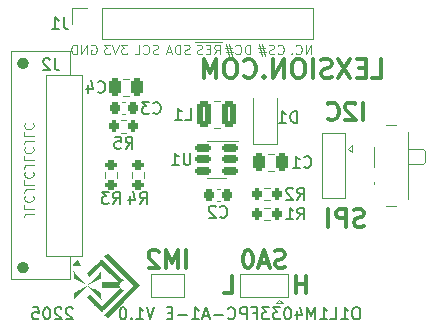
<source format=gbo>
%TF.GenerationSoftware,KiCad,Pcbnew,(6.0.1)*%
%TF.CreationDate,2022-01-25T10:28:24+08:00*%
%TF.ProjectId,PCB_OLED_OEL1M4033FPC_A1_E,5043425f-4f4c-4454-945f-4f454c314d34,1.0*%
%TF.SameCoordinates,Original*%
%TF.FileFunction,Legend,Bot*%
%TF.FilePolarity,Positive*%
%FSLAX46Y46*%
G04 Gerber Fmt 4.6, Leading zero omitted, Abs format (unit mm)*
G04 Created by KiCad (PCBNEW (6.0.1)) date 2022-01-25 10:28:24*
%MOMM*%
%LPD*%
G01*
G04 APERTURE LIST*
G04 Aperture macros list*
%AMRoundRect*
0 Rectangle with rounded corners*
0 $1 Rounding radius*
0 $2 $3 $4 $5 $6 $7 $8 $9 X,Y pos of 4 corners*
0 Add a 4 corners polygon primitive as box body*
4,1,4,$2,$3,$4,$5,$6,$7,$8,$9,$2,$3,0*
0 Add four circle primitives for the rounded corners*
1,1,$1+$1,$2,$3*
1,1,$1+$1,$4,$5*
1,1,$1+$1,$6,$7*
1,1,$1+$1,$8,$9*
0 Add four rect primitives between the rounded corners*
20,1,$1+$1,$2,$3,$4,$5,0*
20,1,$1+$1,$4,$5,$6,$7,0*
20,1,$1+$1,$6,$7,$8,$9,0*
20,1,$1+$1,$8,$9,$2,$3,0*%
%AMFreePoly0*
4,1,6,1.000000,0.000000,0.500000,-0.750000,-0.500000,-0.750000,-0.500000,0.750000,0.500000,0.750000,1.000000,0.000000,1.000000,0.000000,$1*%
G04 Aperture macros list end*
%ADD10C,0.300000*%
%ADD11C,0.120000*%
%ADD12C,0.150000*%
%ADD13C,0.500000*%
%ADD14C,0.420000*%
%ADD15C,3.100000*%
%ADD16C,4.500000*%
%ADD17RoundRect,0.225000X-0.225000X-0.250000X0.225000X-0.250000X0.225000X0.250000X-0.225000X0.250000X0*%
%ADD18RoundRect,0.250000X0.250000X0.475000X-0.250000X0.475000X-0.250000X-0.475000X0.250000X-0.475000X0*%
%ADD19R,1.000000X1.500000*%
%ADD20RoundRect,0.200000X0.275000X-0.200000X0.275000X0.200000X-0.275000X0.200000X-0.275000X-0.200000X0*%
%ADD21RoundRect,0.200000X0.200000X0.275000X-0.200000X0.275000X-0.200000X-0.275000X0.200000X-0.275000X0*%
%ADD22R,1.200000X0.900000*%
%ADD23R,1.700000X1.700000*%
%ADD24O,1.700000X1.700000*%
%ADD25R,0.800000X1.000000*%
%ADD26C,0.900000*%
%ADD27R,1.500000X0.700000*%
%ADD28RoundRect,0.250000X-0.250000X-0.475000X0.250000X-0.475000X0.250000X0.475000X-0.250000X0.475000X0*%
%ADD29R,2.800000X0.400000*%
%ADD30RoundRect,0.200000X-0.200000X-0.275000X0.200000X-0.275000X0.200000X0.275000X-0.200000X0.275000X0*%
%ADD31R,1.500000X1.500000*%
%ADD32FreePoly0,270.000000*%
%ADD33FreePoly0,90.000000*%
%ADD34RoundRect,0.250000X-0.375000X-0.850000X0.375000X-0.850000X0.375000X0.850000X-0.375000X0.850000X0*%
%ADD35RoundRect,0.150000X0.512500X0.150000X-0.512500X0.150000X-0.512500X-0.150000X0.512500X-0.150000X0*%
G04 APERTURE END LIST*
D10*
X119173571Y-58336571D02*
X119173571Y-56836571D01*
X119173571Y-57550857D02*
X118316428Y-57550857D01*
X118316428Y-58336571D02*
X118316428Y-56836571D01*
X124035714Y-52607142D02*
X123821428Y-52678571D01*
X123464285Y-52678571D01*
X123321428Y-52607142D01*
X123250000Y-52535714D01*
X123178571Y-52392857D01*
X123178571Y-52250000D01*
X123250000Y-52107142D01*
X123321428Y-52035714D01*
X123464285Y-51964285D01*
X123750000Y-51892857D01*
X123892857Y-51821428D01*
X123964285Y-51750000D01*
X124035714Y-51607142D01*
X124035714Y-51464285D01*
X123964285Y-51321428D01*
X123892857Y-51250000D01*
X123750000Y-51178571D01*
X123392857Y-51178571D01*
X123178571Y-51250000D01*
X122535714Y-52678571D02*
X122535714Y-51178571D01*
X121964285Y-51178571D01*
X121821428Y-51250000D01*
X121750000Y-51321428D01*
X121678571Y-51464285D01*
X121678571Y-51678571D01*
X121750000Y-51821428D01*
X121821428Y-51892857D01*
X121964285Y-51964285D01*
X122535714Y-51964285D01*
X121035714Y-52678571D02*
X121035714Y-51178571D01*
D11*
X109302428Y-38042809D02*
X109188142Y-38080904D01*
X108997666Y-38080904D01*
X108921476Y-38042809D01*
X108883380Y-38004714D01*
X108845285Y-37928523D01*
X108845285Y-37852333D01*
X108883380Y-37776142D01*
X108921476Y-37738047D01*
X108997666Y-37699952D01*
X109150047Y-37661857D01*
X109226238Y-37623761D01*
X109264333Y-37585666D01*
X109302428Y-37509476D01*
X109302428Y-37433285D01*
X109264333Y-37357095D01*
X109226238Y-37319000D01*
X109150047Y-37280904D01*
X108959571Y-37280904D01*
X108845285Y-37319000D01*
X108502428Y-38080904D02*
X108502428Y-37280904D01*
X108311952Y-37280904D01*
X108197666Y-37319000D01*
X108121476Y-37395190D01*
X108083380Y-37471380D01*
X108045285Y-37623761D01*
X108045285Y-37738047D01*
X108083380Y-37890428D01*
X108121476Y-37966619D01*
X108197666Y-38042809D01*
X108311952Y-38080904D01*
X108502428Y-38080904D01*
X107740523Y-37852333D02*
X107359571Y-37852333D01*
X107816714Y-38080904D02*
X107550047Y-37280904D01*
X107283380Y-38080904D01*
D12*
X99377285Y-59618619D02*
X99329666Y-59571000D01*
X99234428Y-59523380D01*
X98996333Y-59523380D01*
X98901095Y-59571000D01*
X98853476Y-59618619D01*
X98805857Y-59713857D01*
X98805857Y-59809095D01*
X98853476Y-59951952D01*
X99424904Y-60523380D01*
X98805857Y-60523380D01*
X98424904Y-59618619D02*
X98377285Y-59571000D01*
X98282047Y-59523380D01*
X98043952Y-59523380D01*
X97948714Y-59571000D01*
X97901095Y-59618619D01*
X97853476Y-59713857D01*
X97853476Y-59809095D01*
X97901095Y-59951952D01*
X98472523Y-60523380D01*
X97853476Y-60523380D01*
X97234428Y-59523380D02*
X97139190Y-59523380D01*
X97043952Y-59571000D01*
X96996333Y-59618619D01*
X96948714Y-59713857D01*
X96901095Y-59904333D01*
X96901095Y-60142428D01*
X96948714Y-60332904D01*
X96996333Y-60428142D01*
X97043952Y-60475761D01*
X97139190Y-60523380D01*
X97234428Y-60523380D01*
X97329666Y-60475761D01*
X97377285Y-60428142D01*
X97424904Y-60332904D01*
X97472523Y-60142428D01*
X97472523Y-59904333D01*
X97424904Y-59713857D01*
X97377285Y-59618619D01*
X97329666Y-59571000D01*
X97234428Y-59523380D01*
X95996333Y-59523380D02*
X96472523Y-59523380D01*
X96520142Y-59999571D01*
X96472523Y-59951952D01*
X96377285Y-59904333D01*
X96139190Y-59904333D01*
X96043952Y-59951952D01*
X95996333Y-59999571D01*
X95948714Y-60094809D01*
X95948714Y-60332904D01*
X95996333Y-60428142D01*
X96043952Y-60475761D01*
X96139190Y-60523380D01*
X96377285Y-60523380D01*
X96472523Y-60475761D01*
X96520142Y-60428142D01*
D10*
X124725857Y-40093809D02*
X125487761Y-40093809D01*
X125487761Y-38493809D01*
X124192523Y-39255714D02*
X123659190Y-39255714D01*
X123430619Y-40093809D02*
X124192523Y-40093809D01*
X124192523Y-38493809D01*
X123430619Y-38493809D01*
X122897285Y-38493809D02*
X121830619Y-40093809D01*
X121830619Y-38493809D02*
X122897285Y-40093809D01*
X121297285Y-40017619D02*
X121068714Y-40093809D01*
X120687761Y-40093809D01*
X120535380Y-40017619D01*
X120459190Y-39941428D01*
X120383000Y-39789047D01*
X120383000Y-39636666D01*
X120459190Y-39484285D01*
X120535380Y-39408095D01*
X120687761Y-39331904D01*
X120992523Y-39255714D01*
X121144904Y-39179523D01*
X121221095Y-39103333D01*
X121297285Y-38950952D01*
X121297285Y-38798571D01*
X121221095Y-38646190D01*
X121144904Y-38570000D01*
X120992523Y-38493809D01*
X120611571Y-38493809D01*
X120383000Y-38570000D01*
X119697285Y-40093809D02*
X119697285Y-38493809D01*
X118630619Y-38493809D02*
X118325857Y-38493809D01*
X118173476Y-38570000D01*
X118021095Y-38722380D01*
X117944904Y-39027142D01*
X117944904Y-39560476D01*
X118021095Y-39865238D01*
X118173476Y-40017619D01*
X118325857Y-40093809D01*
X118630619Y-40093809D01*
X118783000Y-40017619D01*
X118935380Y-39865238D01*
X119011571Y-39560476D01*
X119011571Y-39027142D01*
X118935380Y-38722380D01*
X118783000Y-38570000D01*
X118630619Y-38493809D01*
X117259190Y-40093809D02*
X117259190Y-38493809D01*
X116344904Y-40093809D01*
X116344904Y-38493809D01*
X115583000Y-39941428D02*
X115506809Y-40017619D01*
X115583000Y-40093809D01*
X115659190Y-40017619D01*
X115583000Y-39941428D01*
X115583000Y-40093809D01*
X113906809Y-39941428D02*
X113983000Y-40017619D01*
X114211571Y-40093809D01*
X114363952Y-40093809D01*
X114592523Y-40017619D01*
X114744904Y-39865238D01*
X114821095Y-39712857D01*
X114897285Y-39408095D01*
X114897285Y-39179523D01*
X114821095Y-38874761D01*
X114744904Y-38722380D01*
X114592523Y-38570000D01*
X114363952Y-38493809D01*
X114211571Y-38493809D01*
X113983000Y-38570000D01*
X113906809Y-38646190D01*
X112916333Y-38493809D02*
X112611571Y-38493809D01*
X112459190Y-38570000D01*
X112306809Y-38722380D01*
X112230619Y-39027142D01*
X112230619Y-39560476D01*
X112306809Y-39865238D01*
X112459190Y-40017619D01*
X112611571Y-40093809D01*
X112916333Y-40093809D01*
X113068714Y-40017619D01*
X113221095Y-39865238D01*
X113297285Y-39560476D01*
X113297285Y-39027142D01*
X113221095Y-38722380D01*
X113068714Y-38570000D01*
X112916333Y-38493809D01*
X111544904Y-40093809D02*
X111544904Y-38493809D01*
X111011571Y-39636666D01*
X110478238Y-38493809D01*
X110478238Y-40093809D01*
D11*
X119564047Y-38080904D02*
X119564047Y-37280904D01*
X119106904Y-38080904D01*
X119106904Y-37280904D01*
X118268809Y-38004714D02*
X118306904Y-38042809D01*
X118421190Y-38080904D01*
X118497380Y-38080904D01*
X118611666Y-38042809D01*
X118687857Y-37966619D01*
X118725952Y-37890428D01*
X118764047Y-37738047D01*
X118764047Y-37623761D01*
X118725952Y-37471380D01*
X118687857Y-37395190D01*
X118611666Y-37319000D01*
X118497380Y-37280904D01*
X118421190Y-37280904D01*
X118306904Y-37319000D01*
X118268809Y-37357095D01*
X117925952Y-38004714D02*
X117887857Y-38042809D01*
X117925952Y-38080904D01*
X117964047Y-38042809D01*
X117925952Y-38004714D01*
X117925952Y-38080904D01*
D10*
X117355714Y-56106142D02*
X117141428Y-56177571D01*
X116784285Y-56177571D01*
X116641428Y-56106142D01*
X116570000Y-56034714D01*
X116498571Y-55891857D01*
X116498571Y-55749000D01*
X116570000Y-55606142D01*
X116641428Y-55534714D01*
X116784285Y-55463285D01*
X117070000Y-55391857D01*
X117212857Y-55320428D01*
X117284285Y-55249000D01*
X117355714Y-55106142D01*
X117355714Y-54963285D01*
X117284285Y-54820428D01*
X117212857Y-54749000D01*
X117070000Y-54677571D01*
X116712857Y-54677571D01*
X116498571Y-54749000D01*
X115927142Y-55749000D02*
X115212857Y-55749000D01*
X116070000Y-56177571D02*
X115570000Y-54677571D01*
X115070000Y-56177571D01*
X114284285Y-54677571D02*
X114141428Y-54677571D01*
X113998571Y-54749000D01*
X113927142Y-54820428D01*
X113855714Y-54963285D01*
X113784285Y-55249000D01*
X113784285Y-55606142D01*
X113855714Y-55891857D01*
X113927142Y-56034714D01*
X113998571Y-56106142D01*
X114141428Y-56177571D01*
X114284285Y-56177571D01*
X114427142Y-56106142D01*
X114498571Y-56034714D01*
X114570000Y-55891857D01*
X114641428Y-55606142D01*
X114641428Y-55249000D01*
X114570000Y-54963285D01*
X114498571Y-54820428D01*
X114427142Y-54749000D01*
X114284285Y-54677571D01*
D11*
X112013857Y-37055000D02*
X111213857Y-37055000D01*
X111366238Y-38080904D02*
X111632904Y-37699952D01*
X111823380Y-38080904D02*
X111823380Y-37280904D01*
X111518619Y-37280904D01*
X111442428Y-37319000D01*
X111404333Y-37357095D01*
X111366238Y-37433285D01*
X111366238Y-37547571D01*
X111404333Y-37623761D01*
X111442428Y-37661857D01*
X111518619Y-37699952D01*
X111823380Y-37699952D01*
X111213857Y-37055000D02*
X110490047Y-37055000D01*
X111023380Y-37661857D02*
X110756714Y-37661857D01*
X110642428Y-38080904D02*
X111023380Y-38080904D01*
X111023380Y-37280904D01*
X110642428Y-37280904D01*
X110490047Y-37055000D02*
X109728142Y-37055000D01*
X110337666Y-38042809D02*
X110223380Y-38080904D01*
X110032904Y-38080904D01*
X109956714Y-38042809D01*
X109918619Y-38004714D01*
X109880523Y-37928523D01*
X109880523Y-37852333D01*
X109918619Y-37776142D01*
X109956714Y-37738047D01*
X110032904Y-37699952D01*
X110185285Y-37661857D01*
X110261476Y-37623761D01*
X110299571Y-37585666D01*
X110337666Y-37509476D01*
X110337666Y-37433285D01*
X110299571Y-37357095D01*
X110261476Y-37319000D01*
X110185285Y-37280904D01*
X109994809Y-37280904D01*
X109880523Y-37319000D01*
D10*
X109013428Y-56177571D02*
X109013428Y-54677571D01*
X108299142Y-56177571D02*
X108299142Y-54677571D01*
X107799142Y-55749000D01*
X107299142Y-54677571D01*
X107299142Y-56177571D01*
X106656285Y-54820428D02*
X106584857Y-54749000D01*
X106442000Y-54677571D01*
X106084857Y-54677571D01*
X105942000Y-54749000D01*
X105870571Y-54820428D01*
X105799142Y-54963285D01*
X105799142Y-55106142D01*
X105870571Y-55320428D01*
X106727714Y-56177571D01*
X105799142Y-56177571D01*
D11*
X96069095Y-51574238D02*
X95497666Y-51574238D01*
X95383380Y-51612333D01*
X95307190Y-51688523D01*
X95269095Y-51802809D01*
X95269095Y-51879000D01*
X95269095Y-50812333D02*
X95269095Y-51193285D01*
X96069095Y-51193285D01*
X95345285Y-50088523D02*
X95307190Y-50126619D01*
X95269095Y-50240904D01*
X95269095Y-50317095D01*
X95307190Y-50431380D01*
X95383380Y-50507571D01*
X95459571Y-50545666D01*
X95611952Y-50583761D01*
X95726238Y-50583761D01*
X95878619Y-50545666D01*
X95954809Y-50507571D01*
X96031000Y-50431380D01*
X96069095Y-50317095D01*
X96069095Y-50240904D01*
X96031000Y-50126619D01*
X95992904Y-50088523D01*
X96069095Y-49517095D02*
X95497666Y-49517095D01*
X95383380Y-49555190D01*
X95307190Y-49631380D01*
X95269095Y-49745666D01*
X95269095Y-49821857D01*
X95269095Y-48755190D02*
X95269095Y-49136142D01*
X96069095Y-49136142D01*
X95345285Y-48031380D02*
X95307190Y-48069476D01*
X95269095Y-48183761D01*
X95269095Y-48259952D01*
X95307190Y-48374238D01*
X95383380Y-48450428D01*
X95459571Y-48488523D01*
X95611952Y-48526619D01*
X95726238Y-48526619D01*
X95878619Y-48488523D01*
X95954809Y-48450428D01*
X96031000Y-48374238D01*
X96069095Y-48259952D01*
X96069095Y-48183761D01*
X96031000Y-48069476D01*
X95992904Y-48031380D01*
X96069095Y-47459952D02*
X95497666Y-47459952D01*
X95383380Y-47498047D01*
X95307190Y-47574238D01*
X95269095Y-47688523D01*
X95269095Y-47764714D01*
X95269095Y-46698047D02*
X95269095Y-47079000D01*
X96069095Y-47079000D01*
X95345285Y-45974238D02*
X95307190Y-46012333D01*
X95269095Y-46126619D01*
X95269095Y-46202809D01*
X95307190Y-46317095D01*
X95383380Y-46393285D01*
X95459571Y-46431380D01*
X95611952Y-46469476D01*
X95726238Y-46469476D01*
X95878619Y-46431380D01*
X95954809Y-46393285D01*
X96031000Y-46317095D01*
X96069095Y-46202809D01*
X96069095Y-46126619D01*
X96031000Y-46012333D01*
X95992904Y-45974238D01*
X96069095Y-45402809D02*
X95497666Y-45402809D01*
X95383380Y-45440904D01*
X95307190Y-45517095D01*
X95269095Y-45631380D01*
X95269095Y-45707571D01*
X95269095Y-44640904D02*
X95269095Y-45021857D01*
X96069095Y-45021857D01*
X95345285Y-43917095D02*
X95307190Y-43955190D01*
X95269095Y-44069476D01*
X95269095Y-44145666D01*
X95307190Y-44259952D01*
X95383380Y-44336142D01*
X95459571Y-44374238D01*
X95611952Y-44412333D01*
X95726238Y-44412333D01*
X95878619Y-44374238D01*
X95954809Y-44336142D01*
X96031000Y-44259952D01*
X96069095Y-44145666D01*
X96069095Y-44069476D01*
X96031000Y-43955190D01*
X95992904Y-43917095D01*
X114420523Y-38080904D02*
X114420523Y-37280904D01*
X114230047Y-37280904D01*
X114115761Y-37319000D01*
X114039571Y-37395190D01*
X114001476Y-37471380D01*
X113963380Y-37623761D01*
X113963380Y-37738047D01*
X114001476Y-37890428D01*
X114039571Y-37966619D01*
X114115761Y-38042809D01*
X114230047Y-38080904D01*
X114420523Y-38080904D01*
X113163380Y-38004714D02*
X113201476Y-38042809D01*
X113315761Y-38080904D01*
X113391952Y-38080904D01*
X113506238Y-38042809D01*
X113582428Y-37966619D01*
X113620523Y-37890428D01*
X113658619Y-37738047D01*
X113658619Y-37623761D01*
X113620523Y-37471380D01*
X113582428Y-37395190D01*
X113506238Y-37319000D01*
X113391952Y-37280904D01*
X113315761Y-37280904D01*
X113201476Y-37319000D01*
X113163380Y-37357095D01*
X112858619Y-37547571D02*
X112287190Y-37547571D01*
X112630047Y-37204714D02*
X112858619Y-38233285D01*
X112363380Y-37890428D02*
X112934809Y-37890428D01*
X112591952Y-38233285D02*
X112363380Y-37204714D01*
D12*
X123490380Y-59523380D02*
X123299904Y-59523380D01*
X123204666Y-59571000D01*
X123109428Y-59666238D01*
X123061809Y-59856714D01*
X123061809Y-60190047D01*
X123109428Y-60380523D01*
X123204666Y-60475761D01*
X123299904Y-60523380D01*
X123490380Y-60523380D01*
X123585619Y-60475761D01*
X123680857Y-60380523D01*
X123728476Y-60190047D01*
X123728476Y-59856714D01*
X123680857Y-59666238D01*
X123585619Y-59571000D01*
X123490380Y-59523380D01*
X122109428Y-60523380D02*
X122680857Y-60523380D01*
X122395142Y-60523380D02*
X122395142Y-59523380D01*
X122490380Y-59666238D01*
X122585619Y-59761476D01*
X122680857Y-59809095D01*
X121204666Y-60523380D02*
X121680857Y-60523380D01*
X121680857Y-59523380D01*
X120347523Y-60523380D02*
X120918952Y-60523380D01*
X120633238Y-60523380D02*
X120633238Y-59523380D01*
X120728476Y-59666238D01*
X120823714Y-59761476D01*
X120918952Y-59809095D01*
X119918952Y-60523380D02*
X119918952Y-59523380D01*
X119585619Y-60237666D01*
X119252285Y-59523380D01*
X119252285Y-60523380D01*
X118347523Y-59856714D02*
X118347523Y-60523380D01*
X118585619Y-59475761D02*
X118823714Y-60190047D01*
X118204666Y-60190047D01*
X117633238Y-59523380D02*
X117538000Y-59523380D01*
X117442761Y-59571000D01*
X117395142Y-59618619D01*
X117347523Y-59713857D01*
X117299904Y-59904333D01*
X117299904Y-60142428D01*
X117347523Y-60332904D01*
X117395142Y-60428142D01*
X117442761Y-60475761D01*
X117538000Y-60523380D01*
X117633238Y-60523380D01*
X117728476Y-60475761D01*
X117776095Y-60428142D01*
X117823714Y-60332904D01*
X117871333Y-60142428D01*
X117871333Y-59904333D01*
X117823714Y-59713857D01*
X117776095Y-59618619D01*
X117728476Y-59571000D01*
X117633238Y-59523380D01*
X116966571Y-59523380D02*
X116347523Y-59523380D01*
X116680857Y-59904333D01*
X116538000Y-59904333D01*
X116442761Y-59951952D01*
X116395142Y-59999571D01*
X116347523Y-60094809D01*
X116347523Y-60332904D01*
X116395142Y-60428142D01*
X116442761Y-60475761D01*
X116538000Y-60523380D01*
X116823714Y-60523380D01*
X116918952Y-60475761D01*
X116966571Y-60428142D01*
X116014190Y-59523380D02*
X115395142Y-59523380D01*
X115728476Y-59904333D01*
X115585619Y-59904333D01*
X115490380Y-59951952D01*
X115442761Y-59999571D01*
X115395142Y-60094809D01*
X115395142Y-60332904D01*
X115442761Y-60428142D01*
X115490380Y-60475761D01*
X115585619Y-60523380D01*
X115871333Y-60523380D01*
X115966571Y-60475761D01*
X116014190Y-60428142D01*
X114633238Y-59999571D02*
X114966571Y-59999571D01*
X114966571Y-60523380D02*
X114966571Y-59523380D01*
X114490380Y-59523380D01*
X114109428Y-60523380D02*
X114109428Y-59523380D01*
X113728476Y-59523380D01*
X113633238Y-59571000D01*
X113585619Y-59618619D01*
X113538000Y-59713857D01*
X113538000Y-59856714D01*
X113585619Y-59951952D01*
X113633238Y-59999571D01*
X113728476Y-60047190D01*
X114109428Y-60047190D01*
X112538000Y-60428142D02*
X112585619Y-60475761D01*
X112728476Y-60523380D01*
X112823714Y-60523380D01*
X112966571Y-60475761D01*
X113061809Y-60380523D01*
X113109428Y-60285285D01*
X113157047Y-60094809D01*
X113157047Y-59951952D01*
X113109428Y-59761476D01*
X113061809Y-59666238D01*
X112966571Y-59571000D01*
X112823714Y-59523380D01*
X112728476Y-59523380D01*
X112585619Y-59571000D01*
X112538000Y-59618619D01*
X112109428Y-60142428D02*
X111347523Y-60142428D01*
X110918952Y-60237666D02*
X110442761Y-60237666D01*
X111014190Y-60523380D02*
X110680857Y-59523380D01*
X110347523Y-60523380D01*
X109490380Y-60523380D02*
X110061809Y-60523380D01*
X109776095Y-60523380D02*
X109776095Y-59523380D01*
X109871333Y-59666238D01*
X109966571Y-59761476D01*
X110061809Y-59809095D01*
X109061809Y-60142428D02*
X108299904Y-60142428D01*
X107823714Y-59999571D02*
X107490380Y-59999571D01*
X107347523Y-60523380D02*
X107823714Y-60523380D01*
X107823714Y-59523380D01*
X107347523Y-59523380D01*
X106299904Y-59523380D02*
X105966571Y-60523380D01*
X105633238Y-59523380D01*
X104776095Y-60523380D02*
X105347523Y-60523380D01*
X105061809Y-60523380D02*
X105061809Y-59523380D01*
X105157047Y-59666238D01*
X105252285Y-59761476D01*
X105347523Y-59809095D01*
X104347523Y-60428142D02*
X104299904Y-60475761D01*
X104347523Y-60523380D01*
X104395142Y-60475761D01*
X104347523Y-60428142D01*
X104347523Y-60523380D01*
X103680857Y-59523380D02*
X103585619Y-59523380D01*
X103490380Y-59571000D01*
X103442761Y-59618619D01*
X103395142Y-59713857D01*
X103347523Y-59904333D01*
X103347523Y-60142428D01*
X103395142Y-60332904D01*
X103442761Y-60428142D01*
X103490380Y-60475761D01*
X103585619Y-60523380D01*
X103680857Y-60523380D01*
X103776095Y-60475761D01*
X103823714Y-60428142D01*
X103871333Y-60332904D01*
X103918952Y-60142428D01*
X103918952Y-59904333D01*
X103871333Y-59713857D01*
X103823714Y-59618619D01*
X103776095Y-59571000D01*
X103680857Y-59523380D01*
D11*
X103987476Y-37280904D02*
X103492238Y-37280904D01*
X103758904Y-37585666D01*
X103644619Y-37585666D01*
X103568428Y-37623761D01*
X103530333Y-37661857D01*
X103492238Y-37738047D01*
X103492238Y-37928523D01*
X103530333Y-38004714D01*
X103568428Y-38042809D01*
X103644619Y-38080904D01*
X103873190Y-38080904D01*
X103949380Y-38042809D01*
X103987476Y-38004714D01*
X103263666Y-37280904D02*
X102997000Y-38080904D01*
X102730333Y-37280904D01*
X102539857Y-37280904D02*
X102044619Y-37280904D01*
X102311285Y-37585666D01*
X102197000Y-37585666D01*
X102120809Y-37623761D01*
X102082714Y-37661857D01*
X102044619Y-37738047D01*
X102044619Y-37928523D01*
X102082714Y-38004714D01*
X102120809Y-38042809D01*
X102197000Y-38080904D01*
X102425571Y-38080904D01*
X102501761Y-38042809D01*
X102539857Y-38004714D01*
D10*
X123964285Y-43678571D02*
X123964285Y-42178571D01*
X123321428Y-42321428D02*
X123250000Y-42250000D01*
X123107142Y-42178571D01*
X122750000Y-42178571D01*
X122607142Y-42250000D01*
X122535714Y-42321428D01*
X122464285Y-42464285D01*
X122464285Y-42607142D01*
X122535714Y-42821428D01*
X123392857Y-43678571D01*
X122464285Y-43678571D01*
X120964285Y-43535714D02*
X121035714Y-43607142D01*
X121250000Y-43678571D01*
X121392857Y-43678571D01*
X121607142Y-43607142D01*
X121750000Y-43464285D01*
X121821428Y-43321428D01*
X121892857Y-43035714D01*
X121892857Y-42821428D01*
X121821428Y-42535714D01*
X121750000Y-42392857D01*
X121607142Y-42250000D01*
X121392857Y-42178571D01*
X121250000Y-42178571D01*
X121035714Y-42250000D01*
X120964285Y-42321428D01*
D11*
X116738333Y-38004714D02*
X116776428Y-38042809D01*
X116890714Y-38080904D01*
X116966904Y-38080904D01*
X117081190Y-38042809D01*
X117157380Y-37966619D01*
X117195476Y-37890428D01*
X117233571Y-37738047D01*
X117233571Y-37623761D01*
X117195476Y-37471380D01*
X117157380Y-37395190D01*
X117081190Y-37319000D01*
X116966904Y-37280904D01*
X116890714Y-37280904D01*
X116776428Y-37319000D01*
X116738333Y-37357095D01*
X116433571Y-38042809D02*
X116319285Y-38080904D01*
X116128809Y-38080904D01*
X116052619Y-38042809D01*
X116014523Y-38004714D01*
X115976428Y-37928523D01*
X115976428Y-37852333D01*
X116014523Y-37776142D01*
X116052619Y-37738047D01*
X116128809Y-37699952D01*
X116281190Y-37661857D01*
X116357380Y-37623761D01*
X116395476Y-37585666D01*
X116433571Y-37509476D01*
X116433571Y-37433285D01*
X116395476Y-37357095D01*
X116357380Y-37319000D01*
X116281190Y-37280904D01*
X116090714Y-37280904D01*
X115976428Y-37319000D01*
X115671666Y-37547571D02*
X115100238Y-37547571D01*
X115443095Y-37204714D02*
X115671666Y-38233285D01*
X115176428Y-37890428D02*
X115747857Y-37890428D01*
X115405000Y-38233285D02*
X115176428Y-37204714D01*
X100939523Y-37319000D02*
X101015714Y-37280904D01*
X101130000Y-37280904D01*
X101244285Y-37319000D01*
X101320476Y-37395190D01*
X101358571Y-37471380D01*
X101396666Y-37623761D01*
X101396666Y-37738047D01*
X101358571Y-37890428D01*
X101320476Y-37966619D01*
X101244285Y-38042809D01*
X101130000Y-38080904D01*
X101053809Y-38080904D01*
X100939523Y-38042809D01*
X100901428Y-38004714D01*
X100901428Y-37738047D01*
X101053809Y-37738047D01*
X100558571Y-38080904D02*
X100558571Y-37280904D01*
X100101428Y-38080904D01*
X100101428Y-37280904D01*
X99720476Y-38080904D02*
X99720476Y-37280904D01*
X99530000Y-37280904D01*
X99415714Y-37319000D01*
X99339523Y-37395190D01*
X99301428Y-37471380D01*
X99263333Y-37623761D01*
X99263333Y-37738047D01*
X99301428Y-37890428D01*
X99339523Y-37966619D01*
X99415714Y-38042809D01*
X99530000Y-38080904D01*
X99720476Y-38080904D01*
D10*
X112184714Y-58336571D02*
X112899000Y-58336571D01*
X112899000Y-56836571D01*
D11*
X106616380Y-38042809D02*
X106502095Y-38080904D01*
X106311619Y-38080904D01*
X106235428Y-38042809D01*
X106197333Y-38004714D01*
X106159238Y-37928523D01*
X106159238Y-37852333D01*
X106197333Y-37776142D01*
X106235428Y-37738047D01*
X106311619Y-37699952D01*
X106464000Y-37661857D01*
X106540190Y-37623761D01*
X106578285Y-37585666D01*
X106616380Y-37509476D01*
X106616380Y-37433285D01*
X106578285Y-37357095D01*
X106540190Y-37319000D01*
X106464000Y-37280904D01*
X106273523Y-37280904D01*
X106159238Y-37319000D01*
X105359238Y-38004714D02*
X105397333Y-38042809D01*
X105511619Y-38080904D01*
X105587809Y-38080904D01*
X105702095Y-38042809D01*
X105778285Y-37966619D01*
X105816380Y-37890428D01*
X105854476Y-37738047D01*
X105854476Y-37623761D01*
X105816380Y-37471380D01*
X105778285Y-37395190D01*
X105702095Y-37319000D01*
X105587809Y-37280904D01*
X105511619Y-37280904D01*
X105397333Y-37319000D01*
X105359238Y-37357095D01*
X104635428Y-38080904D02*
X105016380Y-38080904D01*
X105016380Y-37280904D01*
D12*
%TO.C,C2*%
X111865666Y-51825142D02*
X111913285Y-51872761D01*
X112056142Y-51920380D01*
X112151380Y-51920380D01*
X112294238Y-51872761D01*
X112389476Y-51777523D01*
X112437095Y-51682285D01*
X112484714Y-51491809D01*
X112484714Y-51348952D01*
X112437095Y-51158476D01*
X112389476Y-51063238D01*
X112294238Y-50968000D01*
X112151380Y-50920380D01*
X112056142Y-50920380D01*
X111913285Y-50968000D01*
X111865666Y-51015619D01*
X111484714Y-51015619D02*
X111437095Y-50968000D01*
X111341857Y-50920380D01*
X111103761Y-50920380D01*
X111008523Y-50968000D01*
X110960904Y-51015619D01*
X110913285Y-51110857D01*
X110913285Y-51206095D01*
X110960904Y-51348952D01*
X111532333Y-51920380D01*
X110913285Y-51920380D01*
%TO.C,C1*%
X118977666Y-47601142D02*
X119025285Y-47648761D01*
X119168142Y-47696380D01*
X119263380Y-47696380D01*
X119406238Y-47648761D01*
X119501476Y-47553523D01*
X119549095Y-47458285D01*
X119596714Y-47267809D01*
X119596714Y-47124952D01*
X119549095Y-46934476D01*
X119501476Y-46839238D01*
X119406238Y-46744000D01*
X119263380Y-46696380D01*
X119168142Y-46696380D01*
X119025285Y-46744000D01*
X118977666Y-46791619D01*
X118025285Y-47696380D02*
X118596714Y-47696380D01*
X118311000Y-47696380D02*
X118311000Y-46696380D01*
X118406238Y-46839238D01*
X118501476Y-46934476D01*
X118596714Y-46982095D01*
%TO.C,R3*%
X102782666Y-50744380D02*
X103116000Y-50268190D01*
X103354095Y-50744380D02*
X103354095Y-49744380D01*
X102973142Y-49744380D01*
X102877904Y-49792000D01*
X102830285Y-49839619D01*
X102782666Y-49934857D01*
X102782666Y-50077714D01*
X102830285Y-50172952D01*
X102877904Y-50220571D01*
X102973142Y-50268190D01*
X103354095Y-50268190D01*
X102449333Y-49744380D02*
X101830285Y-49744380D01*
X102163619Y-50125333D01*
X102020761Y-50125333D01*
X101925523Y-50172952D01*
X101877904Y-50220571D01*
X101830285Y-50315809D01*
X101830285Y-50553904D01*
X101877904Y-50649142D01*
X101925523Y-50696761D01*
X102020761Y-50744380D01*
X102306476Y-50744380D01*
X102401714Y-50696761D01*
X102449333Y-50649142D01*
%TO.C,R4*%
X105068666Y-50744380D02*
X105402000Y-50268190D01*
X105640095Y-50744380D02*
X105640095Y-49744380D01*
X105259142Y-49744380D01*
X105163904Y-49792000D01*
X105116285Y-49839619D01*
X105068666Y-49934857D01*
X105068666Y-50077714D01*
X105116285Y-50172952D01*
X105163904Y-50220571D01*
X105259142Y-50268190D01*
X105640095Y-50268190D01*
X104211523Y-50077714D02*
X104211523Y-50744380D01*
X104449619Y-49696761D02*
X104687714Y-50411047D01*
X104068666Y-50411047D01*
%TO.C,R1*%
X118405666Y-52065180D02*
X118739000Y-51588990D01*
X118977095Y-52065180D02*
X118977095Y-51065180D01*
X118596142Y-51065180D01*
X118500904Y-51112800D01*
X118453285Y-51160419D01*
X118405666Y-51255657D01*
X118405666Y-51398514D01*
X118453285Y-51493752D01*
X118500904Y-51541371D01*
X118596142Y-51588990D01*
X118977095Y-51588990D01*
X117453285Y-52065180D02*
X118024714Y-52065180D01*
X117739000Y-52065180D02*
X117739000Y-51065180D01*
X117834238Y-51208038D01*
X117929476Y-51303276D01*
X118024714Y-51350895D01*
%TO.C,C3*%
X106211666Y-43029142D02*
X106259285Y-43076761D01*
X106402142Y-43124380D01*
X106497380Y-43124380D01*
X106640238Y-43076761D01*
X106735476Y-42981523D01*
X106783095Y-42886285D01*
X106830714Y-42695809D01*
X106830714Y-42552952D01*
X106783095Y-42362476D01*
X106735476Y-42267238D01*
X106640238Y-42172000D01*
X106497380Y-42124380D01*
X106402142Y-42124380D01*
X106259285Y-42172000D01*
X106211666Y-42219619D01*
X105878333Y-42124380D02*
X105259285Y-42124380D01*
X105592619Y-42505333D01*
X105449761Y-42505333D01*
X105354523Y-42552952D01*
X105306904Y-42600571D01*
X105259285Y-42695809D01*
X105259285Y-42933904D01*
X105306904Y-43029142D01*
X105354523Y-43076761D01*
X105449761Y-43124380D01*
X105735476Y-43124380D01*
X105830714Y-43076761D01*
X105878333Y-43029142D01*
%TO.C,D1*%
X118374095Y-43886380D02*
X118374095Y-42886380D01*
X118136000Y-42886380D01*
X117993142Y-42934000D01*
X117897904Y-43029238D01*
X117850285Y-43124476D01*
X117802666Y-43314952D01*
X117802666Y-43457809D01*
X117850285Y-43648285D01*
X117897904Y-43743523D01*
X117993142Y-43838761D01*
X118136000Y-43886380D01*
X118374095Y-43886380D01*
X116850285Y-43886380D02*
X117421714Y-43886380D01*
X117136000Y-43886380D02*
X117136000Y-42886380D01*
X117231238Y-43029238D01*
X117326476Y-43124476D01*
X117421714Y-43172095D01*
%TO.C,J1*%
X98628333Y-34952380D02*
X98628333Y-35666666D01*
X98675952Y-35809523D01*
X98771190Y-35904761D01*
X98914047Y-35952380D01*
X99009285Y-35952380D01*
X97628333Y-35952380D02*
X98199761Y-35952380D01*
X97914047Y-35952380D02*
X97914047Y-34952380D01*
X98009285Y-35095238D01*
X98104523Y-35190476D01*
X98199761Y-35238095D01*
%TO.C,C4*%
X101512666Y-41251142D02*
X101560285Y-41298761D01*
X101703142Y-41346380D01*
X101798380Y-41346380D01*
X101941238Y-41298761D01*
X102036476Y-41203523D01*
X102084095Y-41108285D01*
X102131714Y-40917809D01*
X102131714Y-40774952D01*
X102084095Y-40584476D01*
X102036476Y-40489238D01*
X101941238Y-40394000D01*
X101798380Y-40346380D01*
X101703142Y-40346380D01*
X101560285Y-40394000D01*
X101512666Y-40441619D01*
X100655523Y-40679714D02*
X100655523Y-41346380D01*
X100893619Y-40298761D02*
X101131714Y-41013047D01*
X100512666Y-41013047D01*
%TO.C,J2*%
X97869333Y-38441380D02*
X97869333Y-39155666D01*
X97916952Y-39298523D01*
X98012190Y-39393761D01*
X98155047Y-39441380D01*
X98250285Y-39441380D01*
X97440761Y-38536619D02*
X97393142Y-38489000D01*
X97297904Y-38441380D01*
X97059809Y-38441380D01*
X96964571Y-38489000D01*
X96916952Y-38536619D01*
X96869333Y-38631857D01*
X96869333Y-38727095D01*
X96916952Y-38869952D01*
X97488380Y-39441380D01*
X96869333Y-39441380D01*
%TO.C,R2*%
X118405666Y-50388780D02*
X118739000Y-49912590D01*
X118977095Y-50388780D02*
X118977095Y-49388780D01*
X118596142Y-49388780D01*
X118500904Y-49436400D01*
X118453285Y-49484019D01*
X118405666Y-49579257D01*
X118405666Y-49722114D01*
X118453285Y-49817352D01*
X118500904Y-49864971D01*
X118596142Y-49912590D01*
X118977095Y-49912590D01*
X118024714Y-49484019D02*
X117977095Y-49436400D01*
X117881857Y-49388780D01*
X117643761Y-49388780D01*
X117548523Y-49436400D01*
X117500904Y-49484019D01*
X117453285Y-49579257D01*
X117453285Y-49674495D01*
X117500904Y-49817352D01*
X118072333Y-50388780D01*
X117453285Y-50388780D01*
%TO.C,R5*%
X103861666Y-46078380D02*
X104195000Y-45602190D01*
X104433095Y-46078380D02*
X104433095Y-45078380D01*
X104052142Y-45078380D01*
X103956904Y-45126000D01*
X103909285Y-45173619D01*
X103861666Y-45268857D01*
X103861666Y-45411714D01*
X103909285Y-45506952D01*
X103956904Y-45554571D01*
X104052142Y-45602190D01*
X104433095Y-45602190D01*
X102956904Y-45078380D02*
X103433095Y-45078380D01*
X103480714Y-45554571D01*
X103433095Y-45506952D01*
X103337857Y-45459333D01*
X103099761Y-45459333D01*
X103004523Y-45506952D01*
X102956904Y-45554571D01*
X102909285Y-45649809D01*
X102909285Y-45887904D01*
X102956904Y-45983142D01*
X103004523Y-46030761D01*
X103099761Y-46078380D01*
X103337857Y-46078380D01*
X103433095Y-46030761D01*
X103480714Y-45983142D01*
%TO.C,L1*%
X108878666Y-43632380D02*
X109354857Y-43632380D01*
X109354857Y-42632380D01*
X108021523Y-43632380D02*
X108592952Y-43632380D01*
X108307238Y-43632380D02*
X108307238Y-42632380D01*
X108402476Y-42775238D01*
X108497714Y-42870476D01*
X108592952Y-42918095D01*
%TO.C,U1*%
X109346904Y-46442380D02*
X109346904Y-47251904D01*
X109299285Y-47347142D01*
X109251666Y-47394761D01*
X109156428Y-47442380D01*
X108965952Y-47442380D01*
X108870714Y-47394761D01*
X108823095Y-47347142D01*
X108775476Y-47251904D01*
X108775476Y-46442380D01*
X107775476Y-47442380D02*
X108346904Y-47442380D01*
X108061190Y-47442380D02*
X108061190Y-46442380D01*
X108156428Y-46585238D01*
X108251666Y-46680476D01*
X108346904Y-46728095D01*
D11*
%TO.C,C2*%
X111558420Y-49528000D02*
X111839580Y-49528000D01*
X111558420Y-50548000D02*
X111839580Y-50548000D01*
%TO.C,C1*%
X116405252Y-46509000D02*
X115882748Y-46509000D01*
X116405252Y-47979000D02*
X115882748Y-47979000D01*
%TO.C,JP3*%
X108842000Y-56658000D02*
X106042000Y-56658000D01*
X106042000Y-56658000D02*
X106042000Y-58658000D01*
X108842000Y-58658000D02*
X108842000Y-56658000D01*
X106042000Y-58658000D02*
X108842000Y-58658000D01*
%TO.C,R3*%
X102093500Y-48561258D02*
X102093500Y-48086742D01*
X103138500Y-48561258D02*
X103138500Y-48086742D01*
%TO.C,R4*%
X104379500Y-48561258D02*
X104379500Y-48086742D01*
X105424500Y-48561258D02*
X105424500Y-48086742D01*
%TO.C,R1*%
X116063258Y-51064900D02*
X115588742Y-51064900D01*
X116063258Y-52109900D02*
X115588742Y-52109900D01*
%TO.C,C3*%
X103555220Y-42136600D02*
X103836380Y-42136600D01*
X103555220Y-43156600D02*
X103836380Y-43156600D01*
%TO.C,D1*%
X116636000Y-45684000D02*
X114636000Y-45684000D01*
X114636000Y-45684000D02*
X114636000Y-41784000D01*
X116636000Y-45684000D02*
X116636000Y-41784000D01*
%TO.C,J1*%
X101895000Y-34170000D02*
X119735000Y-34170000D01*
X101895000Y-36830000D02*
X119735000Y-36830000D01*
X119735000Y-34170000D02*
X119735000Y-36830000D01*
X99295000Y-34170000D02*
X99295000Y-35500000D01*
X100625000Y-34170000D02*
X99295000Y-34170000D01*
X101895000Y-34170000D02*
X101895000Y-36830000D01*
%TO.C,SW1*%
X124880000Y-45900000D02*
X124880000Y-47600000D01*
X126720000Y-50950000D02*
X125930000Y-50950000D01*
X129020000Y-47400000D02*
X129230000Y-47200000D01*
X129230000Y-46300000D02*
X129230000Y-47200000D01*
X125930000Y-44050000D02*
X126720000Y-44050000D01*
X127730000Y-46100000D02*
X129020000Y-46100000D01*
X124880000Y-48900000D02*
X124880000Y-49100000D01*
X129020000Y-47400000D02*
X127730000Y-47400000D01*
X127730000Y-44650000D02*
X127730000Y-50350000D01*
X129020000Y-46100000D02*
X129230000Y-46300000D01*
%TO.C,C4*%
X103624748Y-40159000D02*
X104147252Y-40159000D01*
X103624748Y-41629000D02*
X104147252Y-41629000D01*
%TO.C,G\u002A\u002A\u002A*%
G36*
X104064353Y-57794052D02*
G01*
X104020625Y-57867020D01*
X103963144Y-57928550D01*
X103895950Y-57973615D01*
X103823078Y-57997188D01*
X103816238Y-57998443D01*
X103805816Y-58001582D01*
X103793719Y-58007264D01*
X103778808Y-58016572D01*
X103759944Y-58030591D01*
X103735987Y-58050407D01*
X103705799Y-58077103D01*
X103668239Y-58111763D01*
X103622168Y-58155474D01*
X103566448Y-58209318D01*
X103499939Y-58274380D01*
X103421501Y-58351746D01*
X103329996Y-58442499D01*
X103224284Y-58547725D01*
X103103225Y-58668506D01*
X102965681Y-58805929D01*
X102810513Y-58961078D01*
X102716290Y-59055243D01*
X102587377Y-59183860D01*
X102464547Y-59306161D01*
X102349067Y-59420895D01*
X102242204Y-59526813D01*
X102145226Y-59622664D01*
X102059401Y-59707198D01*
X101985995Y-59779166D01*
X101926277Y-59837317D01*
X101881513Y-59880401D01*
X101852971Y-59907168D01*
X101841919Y-59916369D01*
X101838326Y-59913947D01*
X101817934Y-59895765D01*
X101781177Y-59861075D01*
X101729626Y-59811420D01*
X101664855Y-59748339D01*
X101588436Y-59673371D01*
X101501942Y-59588058D01*
X101406944Y-59493940D01*
X101305016Y-59392556D01*
X101197731Y-59285447D01*
X100566914Y-58654524D01*
X100706104Y-58514858D01*
X100845295Y-58375192D01*
X101337029Y-58866795D01*
X101828762Y-59358397D01*
X102585881Y-58601190D01*
X103343001Y-57843984D01*
X101901718Y-57843984D01*
X101901718Y-57649924D01*
X103566942Y-57649924D01*
X103573384Y-57707000D01*
X103597073Y-57759662D01*
X103638019Y-57802728D01*
X103696234Y-57831016D01*
X103716320Y-57836592D01*
X103747996Y-57842361D01*
X103774261Y-57838827D01*
X103808705Y-57825298D01*
X103828035Y-57815625D01*
X103878607Y-57774059D01*
X103910571Y-57720762D01*
X103922491Y-57661322D01*
X103912928Y-57601323D01*
X103880447Y-57546355D01*
X103878883Y-57544588D01*
X103823846Y-57498781D01*
X103763372Y-57478910D01*
X103696962Y-57484808D01*
X103650988Y-57504019D01*
X103605755Y-57543252D01*
X103577736Y-57593614D01*
X103566942Y-57649924D01*
X101901718Y-57649924D01*
X101901718Y-57405594D01*
X103276635Y-57405594D01*
X102542706Y-56671666D01*
X101808777Y-55937737D01*
X101312855Y-56433527D01*
X101212847Y-56533449D01*
X101119268Y-56626720D01*
X101041487Y-56703836D01*
X100977963Y-56766201D01*
X100927153Y-56815220D01*
X100887518Y-56852298D01*
X100857515Y-56878839D01*
X100835605Y-56896248D01*
X100820244Y-56905928D01*
X100809893Y-56909285D01*
X100803010Y-56907722D01*
X100798054Y-56902644D01*
X100782610Y-56883541D01*
X100752990Y-56849418D01*
X100713763Y-56805521D01*
X100669255Y-56756752D01*
X100559335Y-56637533D01*
X101134213Y-56089369D01*
X101225512Y-56002306D01*
X101327959Y-55904597D01*
X101424796Y-55812223D01*
X101514077Y-55727039D01*
X101593858Y-55650904D01*
X101662190Y-55585674D01*
X101717130Y-55533206D01*
X101756731Y-55495357D01*
X101779047Y-55473985D01*
X101849001Y-55406765D01*
X102801989Y-56359684D01*
X102874576Y-56432249D01*
X103024510Y-56581997D01*
X103157258Y-56714337D01*
X103273868Y-56830281D01*
X103375392Y-56930839D01*
X103462879Y-57017022D01*
X103537380Y-57089841D01*
X103599944Y-57150307D01*
X103651623Y-57199430D01*
X103693466Y-57238223D01*
X103726524Y-57267696D01*
X103751846Y-57288859D01*
X103770483Y-57302724D01*
X103783484Y-57310302D01*
X103791902Y-57312603D01*
X103813658Y-57313855D01*
X103883273Y-57333733D01*
X103948979Y-57374425D01*
X104006925Y-57431555D01*
X104053261Y-57500746D01*
X104084135Y-57577624D01*
X104095698Y-57657813D01*
X104095364Y-57661322D01*
X104090290Y-57714672D01*
X104064353Y-57794052D01*
G37*
G36*
X101817181Y-56568670D02*
G01*
X101814025Y-56619597D01*
X101809363Y-56698823D01*
X101804549Y-56784185D01*
X101800233Y-56864306D01*
X101797677Y-56907333D01*
X101791250Y-56979607D01*
X101783476Y-57026647D01*
X101774446Y-57047799D01*
X101764622Y-57053661D01*
X101732782Y-57070851D01*
X101681602Y-57097733D01*
X101613545Y-57133036D01*
X101531077Y-57175487D01*
X101436661Y-57223815D01*
X101332762Y-57276748D01*
X101221845Y-57333013D01*
X101132589Y-57378164D01*
X101028069Y-57430957D01*
X100932917Y-57478930D01*
X100849520Y-57520883D01*
X100780267Y-57555617D01*
X100727546Y-57581934D01*
X100693744Y-57598633D01*
X100681251Y-57604514D01*
X100686779Y-57598114D01*
X100708898Y-57574754D01*
X100746030Y-57536198D01*
X100796192Y-57484469D01*
X100857401Y-57421586D01*
X100927675Y-57349572D01*
X101005030Y-57270447D01*
X101087483Y-57186234D01*
X101173051Y-57098953D01*
X101259751Y-57010625D01*
X101345599Y-56923273D01*
X101428614Y-56838916D01*
X101506812Y-56759577D01*
X101578210Y-56687277D01*
X101640824Y-56624037D01*
X101692672Y-56571878D01*
X101731771Y-56532822D01*
X101756138Y-56508889D01*
X101825282Y-56442467D01*
X101817181Y-56568670D01*
G37*
G36*
X99459682Y-56464384D02*
G01*
X99488756Y-56490873D01*
X99533035Y-56532950D01*
X99590922Y-56589049D01*
X99660820Y-56657605D01*
X99741134Y-56737054D01*
X99830266Y-56825831D01*
X99926620Y-56922372D01*
X100028601Y-57025111D01*
X100606477Y-57608841D01*
X100048527Y-57325777D01*
X99939739Y-57270557D01*
X99834167Y-57216909D01*
X99738253Y-57168108D01*
X99654336Y-57125347D01*
X99584758Y-57089821D01*
X99531858Y-57062723D01*
X99497978Y-57045247D01*
X99485457Y-57038586D01*
X99485091Y-57037809D01*
X99482438Y-57019282D01*
X99478703Y-56979823D01*
X99474192Y-56924115D01*
X99469214Y-56856838D01*
X99464077Y-56782674D01*
X99459086Y-56706303D01*
X99454552Y-56632408D01*
X99450780Y-56565670D01*
X99448079Y-56510770D01*
X99446756Y-56472389D01*
X99447119Y-56455208D01*
X99447409Y-56455045D01*
X99459682Y-56464384D01*
G37*
G36*
X100697797Y-57716367D02*
G01*
X100730586Y-57732159D01*
X100782453Y-57757929D01*
X100851003Y-57792462D01*
X100933842Y-57834547D01*
X101028573Y-57882970D01*
X101132802Y-57936519D01*
X101244134Y-57993982D01*
X101788799Y-58275730D01*
X101797445Y-58448429D01*
X101800885Y-58514664D01*
X101805641Y-58600950D01*
X101810444Y-58683334D01*
X101814648Y-58750497D01*
X101823206Y-58879866D01*
X101500695Y-58551229D01*
X101481627Y-58531801D01*
X101388508Y-58436973D01*
X101288905Y-58335612D01*
X101187835Y-58232820D01*
X101090315Y-58133697D01*
X101001361Y-58043345D01*
X100925990Y-57966865D01*
X100921945Y-57962762D01*
X100856547Y-57895958D01*
X100798607Y-57835925D01*
X100750386Y-57785072D01*
X100714143Y-57745809D01*
X100692139Y-57720544D01*
X100686632Y-57711686D01*
X100697797Y-57716367D01*
G37*
G36*
X105083312Y-57658000D02*
G01*
X103715889Y-59025472D01*
X102348466Y-60392943D01*
X102301112Y-60353954D01*
X102286917Y-60341961D01*
X102248905Y-60308593D01*
X102202295Y-60266624D01*
X102154124Y-60222353D01*
X102054490Y-60129741D01*
X104518750Y-57664607D01*
X102060914Y-55206771D01*
X102203952Y-55064176D01*
X102346990Y-54921582D01*
X105083312Y-57658000D01*
G37*
G36*
X100500240Y-57791951D02*
G01*
X100497347Y-57795009D01*
X100467103Y-57826619D01*
X100420802Y-57874602D01*
X100360664Y-57936676D01*
X100288905Y-58010562D01*
X100207743Y-58093976D01*
X100119395Y-58184639D01*
X100026079Y-58280269D01*
X99930011Y-58378585D01*
X99899097Y-58410187D01*
X99808551Y-58502593D01*
X99724335Y-58588311D01*
X99648195Y-58665577D01*
X99581876Y-58732630D01*
X99527124Y-58787707D01*
X99485684Y-58829048D01*
X99459301Y-58854889D01*
X99449720Y-58863470D01*
X99449308Y-58859438D01*
X99449737Y-58833876D01*
X99451571Y-58788778D01*
X99454533Y-58728752D01*
X99458347Y-58658405D01*
X99462738Y-58582343D01*
X99467427Y-58505174D01*
X99472139Y-58431505D01*
X99476598Y-58365942D01*
X99480527Y-58313093D01*
X99483650Y-58277564D01*
X99485690Y-58263962D01*
X99485725Y-58263936D01*
X99498857Y-58256862D01*
X99532465Y-58239338D01*
X99583438Y-58212970D01*
X99648661Y-58179366D01*
X99725021Y-58140133D01*
X99809406Y-58096877D01*
X99860913Y-58070490D01*
X99966931Y-58016116D01*
X100076796Y-57959698D01*
X100183633Y-57904770D01*
X100280564Y-57854867D01*
X100360713Y-57813522D01*
X100593193Y-57693423D01*
X100500240Y-57791951D01*
G37*
%TO.C,J2*%
X99165000Y-57150000D02*
X99165000Y-55200000D01*
X100205000Y-55200000D02*
X100205000Y-39800000D01*
X97101000Y-55200000D02*
X97101000Y-39800000D01*
X99165000Y-39800000D02*
X100205000Y-39800000D01*
X99165000Y-55200000D02*
X100205000Y-55200000D01*
X99165000Y-55200000D02*
X97101000Y-55200000D01*
X94165000Y-37850000D02*
X99165000Y-37850000D01*
X94165000Y-57150000D02*
X99165000Y-57150000D01*
X99165000Y-37850000D02*
X99165000Y-39800000D01*
X99165000Y-39800000D02*
X97101000Y-39800000D01*
X94165000Y-57150000D02*
X94165000Y-37850000D01*
D13*
X95415000Y-56150000D02*
G75*
G03*
X95415000Y-56150000I-250000J0D01*
G01*
X95415000Y-38850000D02*
G75*
G03*
X95415000Y-38850000I-250000J0D01*
G01*
D11*
X99725000Y-55500000D02*
X99425000Y-55900000D01*
X99425000Y-55900000D02*
X100025000Y-55900000D01*
X100025000Y-55900000D02*
X99725000Y-55500000D01*
G36*
X100025000Y-55900000D02*
G01*
X99425000Y-55900000D01*
X99725000Y-55500000D01*
X100025000Y-55900000D01*
G37*
X100025000Y-55900000D02*
X99425000Y-55900000D01*
X99725000Y-55500000D01*
X100025000Y-55900000D01*
%TO.C,R2*%
X115588742Y-50433500D02*
X116063258Y-50433500D01*
X115588742Y-49388500D02*
X116063258Y-49388500D01*
%TO.C,R5*%
X103457742Y-44718500D02*
X103932258Y-44718500D01*
X103457742Y-43673500D02*
X103932258Y-43673500D01*
%TO.C,JP2*%
X122700000Y-46100000D02*
X123000000Y-45800000D01*
X123000000Y-46400000D02*
X122700000Y-46100000D01*
X120500000Y-44750000D02*
X120500000Y-50250000D01*
X122450000Y-50250000D02*
X122450000Y-44750000D01*
X122450000Y-44750000D02*
X120500000Y-44750000D01*
X123000000Y-45800000D02*
X123000000Y-46400000D01*
X120500000Y-50250000D02*
X122450000Y-50250000D01*
%TO.C,L1*%
X111310748Y-44290000D02*
X111833252Y-44290000D01*
X111310748Y-42070000D02*
X111833252Y-42070000D01*
%TO.C,U1*%
X111572000Y-45430000D02*
X113372000Y-45430000D01*
X111572000Y-48550000D02*
X110772000Y-48550000D01*
X111572000Y-45430000D02*
X110772000Y-45430000D01*
X111572000Y-48550000D02*
X112372000Y-48550000D01*
%TO.C,JP1*%
X117620000Y-58658000D02*
X117620000Y-56658000D01*
X113520000Y-58658000D02*
X117620000Y-58658000D01*
X116870000Y-58858000D02*
X116570000Y-59158000D01*
X113520000Y-56658000D02*
X113520000Y-58658000D01*
X117620000Y-56658000D02*
X113520000Y-56658000D01*
X117170000Y-59158000D02*
X116570000Y-59158000D01*
X116870000Y-58858000D02*
X117170000Y-59158000D01*
%TD*%
%LPC*%
D14*
X103969000Y-57658000D02*
G75*
G03*
X103969000Y-57658000I-210000J0D01*
G01*
D15*
%TO.C,REF\u002A\u002A*%
X92500000Y-59000000D03*
D16*
X92500000Y-59000000D03*
%TD*%
D15*
%TO.C,REF\u002A\u002A*%
X126500000Y-59000000D03*
D16*
X126500000Y-59000000D03*
%TD*%
%TO.C,REF\u002A\u002A*%
X126500000Y-36000000D03*
D15*
X126500000Y-36000000D03*
%TD*%
%TO.C,REF\u002A\u002A*%
X92500000Y-36000000D03*
D16*
X92500000Y-36000000D03*
%TD*%
D17*
%TO.C,C2*%
X110924000Y-50038000D03*
X112474000Y-50038000D03*
%TD*%
D18*
%TO.C,C1*%
X117094000Y-47244000D03*
X115194000Y-47244000D03*
%TD*%
D19*
%TO.C,JP3*%
X108092000Y-57658000D03*
X106792000Y-57658000D03*
%TD*%
D20*
%TO.C,R3*%
X102616000Y-49149000D03*
X102616000Y-47499000D03*
%TD*%
%TO.C,R4*%
X104902000Y-49149000D03*
X104902000Y-47499000D03*
%TD*%
D21*
%TO.C,R1*%
X116651000Y-51587400D03*
X115001000Y-51587400D03*
%TD*%
D17*
%TO.C,C3*%
X102920800Y-42646600D03*
X104470800Y-42646600D03*
%TD*%
D22*
%TO.C,D1*%
X115636000Y-45084000D03*
X115636000Y-41784000D03*
%TD*%
D23*
%TO.C,J1*%
X100625000Y-35500000D03*
D24*
X103165000Y-35500000D03*
X105705000Y-35500000D03*
X108245000Y-35500000D03*
X110785000Y-35500000D03*
X113325000Y-35500000D03*
X115865000Y-35500000D03*
X118405000Y-35500000D03*
%TD*%
D25*
%TO.C,SW1*%
X125220000Y-43850000D03*
X125220000Y-51150000D03*
X127430000Y-43850000D03*
D26*
X126330000Y-49000000D03*
D25*
X127430000Y-51150000D03*
D26*
X126330000Y-46000000D03*
D27*
X124570000Y-45250000D03*
X124570000Y-48250000D03*
X124570000Y-49750000D03*
%TD*%
D28*
%TO.C,C4*%
X102936000Y-40894000D03*
X104836000Y-40894000D03*
%TD*%
D29*
%TO.C,J2*%
X98625000Y-54850000D03*
X98625000Y-54150000D03*
X98625000Y-53450000D03*
X98625000Y-52750000D03*
X98625000Y-52050000D03*
X98625000Y-51350000D03*
X98625000Y-50650000D03*
X98625000Y-49950000D03*
X98625000Y-49250000D03*
X98625000Y-48550000D03*
X98625000Y-47850000D03*
X98625000Y-47150000D03*
X98625000Y-46450000D03*
X98625000Y-45750000D03*
X98625000Y-45050000D03*
X98625000Y-44350000D03*
X98625000Y-43650000D03*
X98625000Y-42950000D03*
X98625000Y-42250000D03*
X98625000Y-41550000D03*
X98625000Y-40850000D03*
X98625000Y-40150000D03*
%TD*%
D30*
%TO.C,R2*%
X115001000Y-49911000D03*
X116651000Y-49911000D03*
%TD*%
%TO.C,R5*%
X102870000Y-44196000D03*
X104520000Y-44196000D03*
%TD*%
D31*
%TO.C,JP2*%
X121500000Y-48700000D03*
X121500000Y-46300000D03*
D32*
X121500000Y-45500000D03*
D33*
X121500000Y-49500000D03*
%TD*%
D34*
%TO.C,L1*%
X110497000Y-43180000D03*
X112647000Y-43180000D03*
%TD*%
D35*
%TO.C,U1*%
X112709500Y-46040000D03*
X112709500Y-46990000D03*
X112709500Y-47940000D03*
X110434500Y-47940000D03*
X110434500Y-46990000D03*
X110434501Y-46039989D03*
%TD*%
D19*
%TO.C,JP1*%
X116870000Y-57658000D03*
X115570000Y-57658000D03*
X114270000Y-57658000D03*
%TD*%
M02*

</source>
